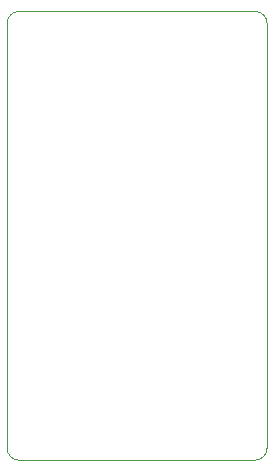
<source format=gbr>
%TF.GenerationSoftware,KiCad,Pcbnew,(6.0.2)*%
%TF.CreationDate,2022-05-16T11:26:33+02:00*%
%TF.ProjectId,Pir_movement_sensor,5069725f-6d6f-4766-956d-656e745f7365,rev?*%
%TF.SameCoordinates,PX55d4a80PY7bfa480*%
%TF.FileFunction,Profile,NP*%
%FSLAX46Y46*%
G04 Gerber Fmt 4.6, Leading zero omitted, Abs format (unit mm)*
G04 Created by KiCad (PCBNEW (6.0.2)) date 2022-05-16 11:26:33*
%MOMM*%
%LPD*%
G01*
G04 APERTURE LIST*
%TA.AperFunction,Profile*%
%ADD10C,0.100000*%
%TD*%
G04 APERTURE END LIST*
D10*
X0Y1000000D02*
G75*
G03*
X1000000Y0I999999J-1D01*
G01*
X1000000Y38000000D02*
X21000000Y38000000D01*
X21000000Y0D02*
X1000000Y0D01*
X1000000Y38000000D02*
G75*
G03*
X0Y37000000I-1J-999999D01*
G01*
X22000000Y37000000D02*
X22000000Y1000000D01*
X0Y1000000D02*
X0Y37000000D01*
X21000000Y0D02*
G75*
G03*
X22000000Y1000000I1J999999D01*
G01*
X22000000Y37000000D02*
G75*
G03*
X21000000Y38000000I-999999J1D01*
G01*
M02*

</source>
